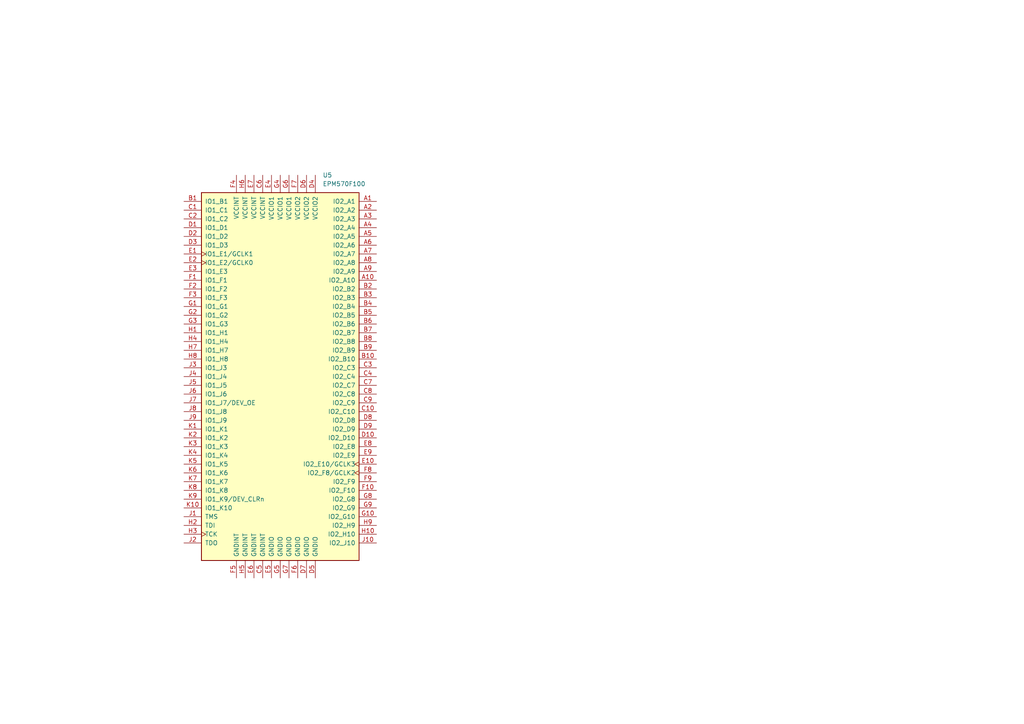
<source format=kicad_sch>
(kicad_sch (version 20250114) (generator "eeschema") (generator_version "9.0")
  (paper "A4")
  (lib_symbols
    (symbol "CPLD_Altera:EPM570F100" (pin_names (offset 1.016))
      (property "Reference" "U" (at 12.7 54.61 0))
      (property "Value" "EPM570F100" (at 12.7 -54.61 0))
      (symbol "EPM570F100_1_1"
        (rectangle (start -22.86 53.34) (end 22.86 -53.34) (stroke (width 0.254)) (fill (type background)))
        (pin bidirectional line (at -27.94 50.8 0) (length 5.08) (name "IO1_B1") (number "B1"))
        (pin bidirectional line (at -27.94 48.26 0) (length 5.08) (name "IO1_C1") (number "C1"))
        (pin bidirectional line (at -27.94 45.72 0) (length 5.08) (name "IO1_C2") (number "C2"))
        (pin bidirectional line (at -27.94 43.18 0) (length 5.08) (name "IO1_D1") (number "D1"))
        (pin bidirectional line (at -27.94 40.64 0) (length 5.08) (name "IO1_D2") (number "D2"))
        (pin bidirectional line (at -27.94 38.1 0) (length 5.08) (name "IO1_D3") (number "D3"))
        (pin bidirectional clock (at -27.94 35.56 0) (length 5.08) (name "IO1_E1/GCLK1") (number "E1"))
        (pin bidirectional clock (at -27.94 33.02 0) (length 5.08) (name "IO1_E2/GCLK0") (number "E2"))
        (pin bidirectional line (at -27.94 30.48 0) (length 5.08) (name "IO1_E3") (number "E3"))
        (pin bidirectional line (at -27.94 27.94 0) (length 5.08) (name "IO1_F1") (number "F1"))
        (pin bidirectional line (at -27.94 25.4 0) (length 5.08) (name "IO1_F2") (number "F2"))
        (pin bidirectional line (at -27.94 22.86 0) (length 5.08) (name "IO1_F3") (number "F3"))
        (pin bidirectional line (at -27.94 20.32 0) (length 5.08) (name "IO1_G1") (number "G1"))
        (pin bidirectional line (at -27.94 17.78 0) (length 5.08) (name "IO1_G2") (number "G2"))
        (pin bidirectional line (at -27.94 15.24 0) (length 5.08) (name "IO1_G3") (number "G3"))
        (pin bidirectional line (at -27.94 12.7 0) (length 5.08) (name "IO1_H1") (number "H1"))
        (pin bidirectional line (at -27.94 10.16 0) (length 5.08) (name "IO1_H4") (number "H4"))
        (pin bidirectional line (at -27.94 7.62 0) (length 5.08) (name "IO1_H7") (number "H7"))
        (pin bidirectional line (at -27.94 5.08 0) (length 5.08) (name "IO1_H8") (number "H8"))
        (pin bidirectional line (at -27.94 2.54 0) (length 5.08) (name "IO1_J3") (number "J3"))
        (pin bidirectional line (at -27.94 0 0) (length 5.08) (name "IO1_J4") (number "J4"))
        (pin bidirectional line (at -27.94 -2.54 0) (length 5.08) (name "IO1_J5") (number "J5"))
        (pin bidirectional line (at -27.94 -5.08 0) (length 5.08) (name "IO1_J6") (number "J6"))
        (pin bidirectional line (at -27.94 -7.62 0) (length 5.08) (name "IO1_J7/DEV_OE") (number "J7"))
        (pin bidirectional line (at -27.94 -10.16 0) (length 5.08) (name "IO1_J8") (number "J8"))
        (pin bidirectional line (at -27.94 -12.7 0) (length 5.08) (name "IO1_J9") (number "J9"))
        (pin bidirectional line (at -27.94 -15.24 0) (length 5.08) (name "IO1_K1") (number "K1"))
        (pin bidirectional line (at -27.94 -17.78 0) (length 5.08) (name "IO1_K2") (number "K2"))
        (pin bidirectional line (at -27.94 -20.32 0) (length 5.08) (name "IO1_K3") (number "K3"))
        (pin bidirectional line (at -27.94 -22.86 0) (length 5.08) (name "IO1_K4") (number "K4"))
        (pin bidirectional line (at -27.94 -25.4 0) (length 5.08) (name "IO1_K5") (number "K5"))
        (pin bidirectional line (at -27.94 -27.94 0) (length 5.08) (name "IO1_K6") (number "K6"))
        (pin bidirectional line (at -27.94 -30.48 0) (length 5.08) (name "IO1_K7") (number "K7"))
        (pin bidirectional line (at -27.94 -33.02 0) (length 5.08) (name "IO1_K8") (number "K8"))
        (pin bidirectional line (at -27.94 -35.56 0) (length 5.08) (name "IO1_K9/DEV_CLRn") (number "K9"))
        (pin bidirectional line (at -27.94 -38.1 0) (length 5.08) (name "IO1_K10") (number "K10"))
        (pin input line (at -27.94 -40.64 0) (length 5.08) (name "TMS") (number "J1"))
        (pin input line (at -27.94 -43.18 0) (length 5.08) (name "TDI") (number "H2"))
        (pin input clock (at -27.94 -45.72 0) (length 5.08) (name "TCK") (number "H3"))
        (pin output line (at -27.94 -48.26 0) (length 5.08) (name "TDO") (number "J2"))
        (pin power_in line (at -12.7 58.42 270) (length 5.08) (name "VCCINT") (number "F4"))
        (pin power_in line (at -12.7 -58.42 90) (length 5.08) (name "GNDINT") (number "F5"))
        (pin power_in line (at -10.16 58.42 270) (length 5.08) (name "VCCINT") (number "H6"))
        (pin power_in line (at -10.16 -58.42 90) (length 5.08) (name "GNDINT") (number "H5"))
        (pin power_in line (at -7.62 58.42 270) (length 5.08) (name "VCCINT") (number "E7"))
        (pin power_in line (at -7.62 -58.42 90) (length 5.08) (name "GNDINT") (number "E6"))
        (pin power_in line (at -5.08 58.42 270) (length 5.08) (name "VCCINT") (number "C6"))
        (pin power_in line (at -5.08 -58.42 90) (length 5.08) (name "GNDINT") (number "C5"))
        (pin power_in line (at -2.54 58.42 270) (length 5.08) (name "VCCIO1") (number "E4"))
        (pin power_in line (at -2.54 -58.42 90) (length 5.08) (name "GNDIO") (number "E5"))
        (pin power_in line (at 0 58.42 270) (length 5.08) (name "VCCIO1") (number "G4"))
        (pin power_in line (at 0 -58.42 90) (length 5.08) (name "GNDIO") (number "G5"))
        (pin power_in line (at 2.54 58.42 270) (length 5.08) (name "VCCIO1") (number "G6"))
        (pin power_in line (at 2.54 -58.42 90) (length 5.08) (name "GNDIO") (number "G7"))
        (pin power_in line (at 5.08 58.42 270) (length 5.08) (name "VCCIO2") (number "F7"))
        (pin power_in line (at 5.08 -58.42 90) (length 5.08) (name "GNDIO") (number "F6"))
        (pin power_in line (at 7.62 58.42 270) (length 5.08) (name "VCCIO2") (number "D6"))
        (pin power_in line (at 7.62 -58.42 90) (length 5.08) (name "GNDIO") (number "D7"))
        (pin power_in line (at 10.16 58.42 270) (length 5.08) (name "VCCIO2") (number "D4"))
        (pin power_in line (at 10.16 -58.42 90) (length 5.08) (name "GNDIO") (number "D5"))
        (pin bidirectional line (at 27.94 50.8 180) (length 5.08) (name "IO2_A1") (number "A1"))
        (pin bidirectional line (at 27.94 48.26 180) (length 5.08) (name "IO2_A2") (number "A2"))
        (pin bidirectional line (at 27.94 45.72 180) (length 5.08) (name "IO2_A3") (number "A3"))
        (pin bidirectional line (at 27.94 43.18 180) (length 5.08) (name "IO2_A4") (number "A4"))
        (pin bidirectional line (at 27.94 40.64 180) (length 5.08) (name "IO2_A5") (number "A5"))
        (pin bidirectional line (at 27.94 38.1 180) (length 5.08) (name "IO2_A6") (number "A6"))
        (pin bidirectional line (at 27.94 35.56 180) (length 5.08) (name "IO2_A7") (number "A7"))
        (pin bidirectional line (at 27.94 33.02 180) (length 5.08) (name "IO2_A8") (number "A8"))
        (pin bidirectional line (at 27.94 30.48 180) (length 5.08) (name "IO2_A9") (number "A9"))
        (pin bidirectional line (at 27.94 27.94 180) (length 5.08) (name "IO2_A10") (number "A10"))
        (pin bidirectional line (at 27.94 25.4 180) (length 5.08) (name "IO2_B2") (number "B2"))
        (pin bidirectional line (at 27.94 22.86 180) (length 5.08) (name "IO2_B3") (number "B3"))
        (pin bidirectional line (at 27.94 20.32 180) (length 5.08) (name "IO2_B4") (number "B4"))
        (pin bidirectional line (at 27.94 17.78 180) (length 5.08) (name "IO2_B5") (number "B5"))
        (pin bidirectional line (at 27.94 15.24 180) (length 5.08) (name "IO2_B6") (number "B6"))
        (pin bidirectional line (at 27.94 12.7 180) (length 5.08) (name "IO2_B7") (number "B7"))
        (pin bidirectional line (at 27.94 10.16 180) (length 5.08) (name "IO2_B8") (number "B8"))
        (pin bidirectional line (at 27.94 7.62 180) (length 5.08) (name "IO2_B9") (number "B9"))
        (pin bidirectional line (at 27.94 5.08 180) (length 5.08) (name "IO2_B10") (number "B10"))
        (pin bidirectional line (at 27.94 2.54 180) (length 5.08) (name "IO2_C3") (number "C3"))
        (pin bidirectional line (at 27.94 0 180) (length 5.08) (name "IO2_C4") (number "C4"))
        (pin bidirectional line (at 27.94 -2.54 180) (length 5.08) (name "IO2_C7") (number "C7"))
        (pin bidirectional line (at 27.94 -5.08 180) (length 5.08) (name "IO2_C8") (number "C8"))
        (pin bidirectional line (at 27.94 -7.62 180) (length 5.08) (name "IO2_C9") (number "C9"))
        (pin bidirectional line (at 27.94 -10.16 180) (length 5.08) (name "IO2_C10") (number "C10"))
        (pin bidirectional line (at 27.94 -12.7 180) (length 5.08) (name "IO2_D8") (number "D8"))
        (pin bidirectional line (at 27.94 -15.24 180) (length 5.08) (name "IO2_D9") (number "D9"))
        (pin bidirectional line (at 27.94 -17.78 180) (length 5.08) (name "IO2_D10") (number "D10"))
        (pin bidirectional line (at 27.94 -20.32 180) (length 5.08) (name "IO2_E8") (number "E8"))
        (pin bidirectional line (at 27.94 -22.86 180) (length 5.08) (name "IO2_E9") (number "E9"))
        (pin bidirectional clock (at 27.94 -25.4 180) (length 5.08) (name "IO2_E10/GCLK3") (number "E10"))
        (pin bidirectional clock (at 27.94 -27.94 180) (length 5.08) (name "IO2_F8/GCLK2") (number "F8"))
        (pin bidirectional line (at 27.94 -30.48 180) (length 5.08) (name "IO2_F9") (number "F9"))
        (pin bidirectional line (at 27.94 -33.02 180) (length 5.08) (name "IO2_F10") (number "F10"))
        (pin bidirectional line (at 27.94 -35.56 180) (length 5.08) (name "IO2_G8") (number "G8"))
        (pin bidirectional line (at 27.94 -38.1 180) (length 5.08) (name "IO2_G9") (number "G9"))
        (pin bidirectional line (at 27.94 -40.64 180) (length 5.08) (name "IO2_G10") (number "G10"))
        (pin bidirectional line (at 27.94 -43.18 180) (length 5.08) (name "IO2_H9") (number "H9"))
        (pin bidirectional line (at 27.94 -45.72 180) (length 5.08) (name "IO2_H10") (number "H10"))
        (pin bidirectional line (at 27.94 -48.26 180) (length 5.08) (name "IO2_J10") (number "J10"))
      )
    )
  )
  (symbol (lib_id "CPLD_Altera:EPM570F100") (at 81.28 109.22 0) (unit 1)
    (property "Reference" "U5" (at 93.5833 50.8 0) (effects (justify left)))
    (property "Value" "EPM570F100" (at 93.5833 53.34 0) (effects (justify left)))
    (property "Footprint" "Package_BGA:BGA-100_11.0x11.0mm_Layout10x10_P1.0mm_Ball0.5mm_Pad0.4mm_NSMD" (effects (hide yes)))
    (property "Datasheet" "https://www.altera.com/content/dam/altera-www/global/en_US/pdfs/literature/hb/max2/max2_mii5v1.pdf" (effects (hide yes)))
    (property "Description" "Altera MAX2 CPLD with 570 LE" (effects (hide yes)))
  )
)
</source>
